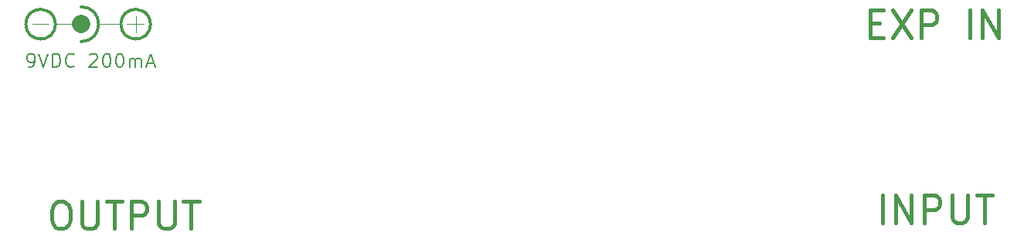
<source format=gbr>
%TF.GenerationSoftware,KiCad,Pcbnew,5.1.8-db9833491~87~ubuntu18.04.1*%
%TF.CreationDate,2020-11-28T19:36:32+00:00*%
%TF.ProjectId,CirrusDspPedal,43697272-7573-4447-9370-506564616c2e,rev?*%
%TF.SameCoordinates,Original*%
%TF.FileFunction,Legend,Top*%
%TF.FilePolarity,Positive*%
%FSLAX46Y46*%
G04 Gerber Fmt 4.6, Leading zero omitted, Abs format (unit mm)*
G04 Created by KiCad (PCBNEW 5.1.8-db9833491~87~ubuntu18.04.1) date 2020-11-28 19:36:32*
%MOMM*%
%LPD*%
G01*
G04 APERTURE LIST*
%ADD10C,0.400000*%
%ADD11C,0.200000*%
%ADD12C,0.120000*%
%ADD13C,0.300000*%
%ADD14C,2.000000*%
G04 APERTURE END LIST*
D10*
X186801857Y-78144714D02*
X187801857Y-78144714D01*
X188230428Y-79716142D02*
X186801857Y-79716142D01*
X186801857Y-76716142D01*
X188230428Y-76716142D01*
X189230428Y-76716142D02*
X191230428Y-79716142D01*
X191230428Y-76716142D02*
X189230428Y-79716142D01*
X192373285Y-79716142D02*
X192373285Y-76716142D01*
X193516142Y-76716142D01*
X193801857Y-76859000D01*
X193944714Y-77001857D01*
X194087571Y-77287571D01*
X194087571Y-77716142D01*
X193944714Y-78001857D01*
X193801857Y-78144714D01*
X193516142Y-78287571D01*
X192373285Y-78287571D01*
X197659000Y-79716142D02*
X197659000Y-76716142D01*
X199087571Y-79716142D02*
X199087571Y-76716142D01*
X200801857Y-79716142D01*
X200801857Y-76716142D01*
X97814714Y-97671142D02*
X98386142Y-97671142D01*
X98671857Y-97814000D01*
X98957571Y-98099714D01*
X99100428Y-98671142D01*
X99100428Y-99671142D01*
X98957571Y-100242571D01*
X98671857Y-100528285D01*
X98386142Y-100671142D01*
X97814714Y-100671142D01*
X97529000Y-100528285D01*
X97243285Y-100242571D01*
X97100428Y-99671142D01*
X97100428Y-98671142D01*
X97243285Y-98099714D01*
X97529000Y-97814000D01*
X97814714Y-97671142D01*
X100386142Y-97671142D02*
X100386142Y-100099714D01*
X100529000Y-100385428D01*
X100671857Y-100528285D01*
X100957571Y-100671142D01*
X101529000Y-100671142D01*
X101814714Y-100528285D01*
X101957571Y-100385428D01*
X102100428Y-100099714D01*
X102100428Y-97671142D01*
X103100428Y-97671142D02*
X104814714Y-97671142D01*
X103957571Y-100671142D02*
X103957571Y-97671142D01*
X105814714Y-100671142D02*
X105814714Y-97671142D01*
X106957571Y-97671142D01*
X107243285Y-97814000D01*
X107386142Y-97956857D01*
X107529000Y-98242571D01*
X107529000Y-98671142D01*
X107386142Y-98956857D01*
X107243285Y-99099714D01*
X106957571Y-99242571D01*
X105814714Y-99242571D01*
X108814714Y-97671142D02*
X108814714Y-100099714D01*
X108957571Y-100385428D01*
X109100428Y-100528285D01*
X109386142Y-100671142D01*
X109957571Y-100671142D01*
X110243285Y-100528285D01*
X110386142Y-100385428D01*
X110529000Y-100099714D01*
X110529000Y-97671142D01*
X111529000Y-97671142D02*
X113243285Y-97671142D01*
X112386142Y-100671142D02*
X112386142Y-97671142D01*
X188143285Y-100023442D02*
X188143285Y-97023442D01*
X189571857Y-100023442D02*
X189571857Y-97023442D01*
X191286142Y-100023442D01*
X191286142Y-97023442D01*
X192714714Y-100023442D02*
X192714714Y-97023442D01*
X193857571Y-97023442D01*
X194143285Y-97166300D01*
X194286142Y-97309157D01*
X194429000Y-97594871D01*
X194429000Y-98023442D01*
X194286142Y-98309157D01*
X194143285Y-98452014D01*
X193857571Y-98594871D01*
X192714714Y-98594871D01*
X195714714Y-97023442D02*
X195714714Y-99452014D01*
X195857571Y-99737728D01*
X196000428Y-99880585D01*
X196286142Y-100023442D01*
X196857571Y-100023442D01*
X197143285Y-99880585D01*
X197286142Y-99737728D01*
X197429000Y-99452014D01*
X197429000Y-97023442D01*
X198429000Y-97023442D02*
X200143285Y-97023442D01*
X199286142Y-100023442D02*
X199286142Y-97023442D01*
D11*
X94560285Y-82974571D02*
X94846000Y-82974571D01*
X94988857Y-82903142D01*
X95060285Y-82831714D01*
X95203142Y-82617428D01*
X95274571Y-82331714D01*
X95274571Y-81760285D01*
X95203142Y-81617428D01*
X95131714Y-81546000D01*
X94988857Y-81474571D01*
X94703142Y-81474571D01*
X94560285Y-81546000D01*
X94488857Y-81617428D01*
X94417428Y-81760285D01*
X94417428Y-82117428D01*
X94488857Y-82260285D01*
X94560285Y-82331714D01*
X94703142Y-82403142D01*
X94988857Y-82403142D01*
X95131714Y-82331714D01*
X95203142Y-82260285D01*
X95274571Y-82117428D01*
X95703142Y-81474571D02*
X96203142Y-82974571D01*
X96703142Y-81474571D01*
X97203142Y-82974571D02*
X97203142Y-81474571D01*
X97560285Y-81474571D01*
X97774571Y-81546000D01*
X97917428Y-81688857D01*
X97988857Y-81831714D01*
X98060285Y-82117428D01*
X98060285Y-82331714D01*
X97988857Y-82617428D01*
X97917428Y-82760285D01*
X97774571Y-82903142D01*
X97560285Y-82974571D01*
X97203142Y-82974571D01*
X99560285Y-82831714D02*
X99488857Y-82903142D01*
X99274571Y-82974571D01*
X99131714Y-82974571D01*
X98917428Y-82903142D01*
X98774571Y-82760285D01*
X98703142Y-82617428D01*
X98631714Y-82331714D01*
X98631714Y-82117428D01*
X98703142Y-81831714D01*
X98774571Y-81688857D01*
X98917428Y-81546000D01*
X99131714Y-81474571D01*
X99274571Y-81474571D01*
X99488857Y-81546000D01*
X99560285Y-81617428D01*
X101274571Y-81617428D02*
X101346000Y-81546000D01*
X101488857Y-81474571D01*
X101846000Y-81474571D01*
X101988857Y-81546000D01*
X102060285Y-81617428D01*
X102131714Y-81760285D01*
X102131714Y-81903142D01*
X102060285Y-82117428D01*
X101203142Y-82974571D01*
X102131714Y-82974571D01*
X103060285Y-81474571D02*
X103203142Y-81474571D01*
X103346000Y-81546000D01*
X103417428Y-81617428D01*
X103488857Y-81760285D01*
X103560285Y-82046000D01*
X103560285Y-82403142D01*
X103488857Y-82688857D01*
X103417428Y-82831714D01*
X103346000Y-82903142D01*
X103203142Y-82974571D01*
X103060285Y-82974571D01*
X102917428Y-82903142D01*
X102846000Y-82831714D01*
X102774571Y-82688857D01*
X102703142Y-82403142D01*
X102703142Y-82046000D01*
X102774571Y-81760285D01*
X102846000Y-81617428D01*
X102917428Y-81546000D01*
X103060285Y-81474571D01*
X104488857Y-81474571D02*
X104631714Y-81474571D01*
X104774571Y-81546000D01*
X104846000Y-81617428D01*
X104917428Y-81760285D01*
X104988857Y-82046000D01*
X104988857Y-82403142D01*
X104917428Y-82688857D01*
X104846000Y-82831714D01*
X104774571Y-82903142D01*
X104631714Y-82974571D01*
X104488857Y-82974571D01*
X104346000Y-82903142D01*
X104274571Y-82831714D01*
X104203142Y-82688857D01*
X104131714Y-82403142D01*
X104131714Y-82046000D01*
X104203142Y-81760285D01*
X104274571Y-81617428D01*
X104346000Y-81546000D01*
X104488857Y-81474571D01*
X105631714Y-82974571D02*
X105631714Y-81974571D01*
X105631714Y-82117428D02*
X105703142Y-82046000D01*
X105846000Y-81974571D01*
X106060285Y-81974571D01*
X106203142Y-82046000D01*
X106274571Y-82188857D01*
X106274571Y-82974571D01*
X106274571Y-82188857D02*
X106346000Y-82046000D01*
X106488857Y-81974571D01*
X106703142Y-81974571D01*
X106846000Y-82046000D01*
X106917428Y-82188857D01*
X106917428Y-82974571D01*
X107560285Y-82546000D02*
X108274571Y-82546000D01*
X107417428Y-82974571D02*
X107917428Y-81474571D01*
X108417428Y-82974571D01*
D12*
X105283000Y-78232000D02*
X107188000Y-78232000D01*
X106299000Y-79121000D02*
X106299000Y-77343000D01*
X94996000Y-78232000D02*
X96774000Y-78232000D01*
D13*
X107925394Y-78232000D02*
G75*
G03*
X107925394Y-78232000I-1626394J0D01*
G01*
X97511394Y-78232000D02*
G75*
G03*
X97511394Y-78232000I-1626394J0D01*
G01*
X100330000Y-76327000D02*
G75*
G02*
X100330000Y-80137000I0J-1905000D01*
G01*
D12*
X102235000Y-78232000D02*
X104648000Y-78232000D01*
X100330000Y-78232000D02*
X97536000Y-78232000D01*
D14*
X100330000Y-78232000D02*
G75*
G03*
X100330000Y-78232000I0J0D01*
G01*
M02*

</source>
